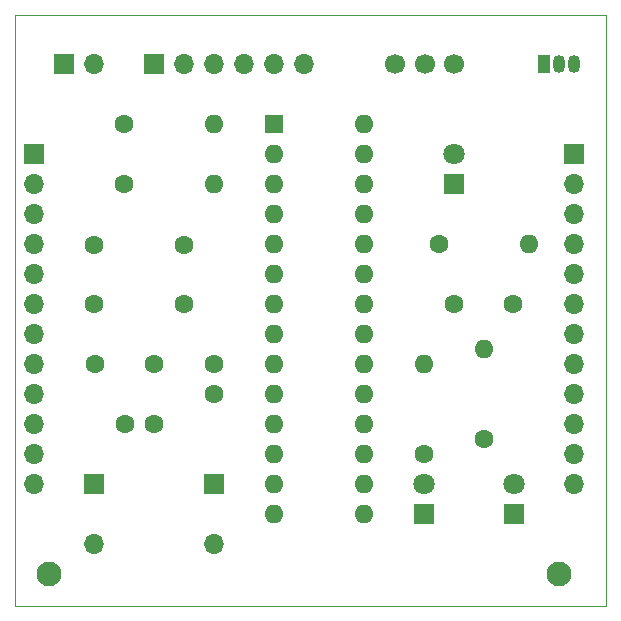
<source format=gbr>
%TF.GenerationSoftware,KiCad,Pcbnew,7.0.1-0*%
%TF.CreationDate,2023-04-17T19:21:01-05:00*%
%TF.ProjectId,project,70726f6a-6563-4742-9e6b-696361645f70,rev?*%
%TF.SameCoordinates,Original*%
%TF.FileFunction,Soldermask,Bot*%
%TF.FilePolarity,Negative*%
%FSLAX46Y46*%
G04 Gerber Fmt 4.6, Leading zero omitted, Abs format (unit mm)*
G04 Created by KiCad (PCBNEW 7.0.1-0) date 2023-04-17 19:21:01*
%MOMM*%
%LPD*%
G01*
G04 APERTURE LIST*
%ADD10C,2.100000*%
%ADD11R,1.700000X1.700000*%
%ADD12O,1.700000X1.700000*%
%ADD13R,1.050000X1.500000*%
%ADD14O,1.050000X1.500000*%
%ADD15C,1.700000*%
%ADD16C,1.600000*%
%ADD17O,1.600000X1.600000*%
%ADD18R,1.600000X1.600000*%
%ADD19R,1.800000X1.800000*%
%ADD20C,1.800000*%
%TA.AperFunction,Profile*%
%ADD21C,0.100000*%
%TD*%
G04 APERTURE END LIST*
D10*
%TO.C,REF\u002A\u002A*%
X102870000Y-147320000D03*
%TD*%
%TO.C,REF\u002A\u002A*%
X146050000Y-147320000D03*
%TD*%
D11*
%TO.C,U3*%
X111760000Y-104140000D03*
D12*
X114300000Y-104140000D03*
X116840000Y-104140000D03*
X119380000Y-104140000D03*
X121920000Y-104140000D03*
X124460000Y-104140000D03*
%TD*%
D13*
%TO.C,U2*%
X144780000Y-104140000D03*
D14*
X146050000Y-104140000D03*
X147320000Y-104140000D03*
%TD*%
D15*
%TO.C,SW3*%
X132160000Y-104140000D03*
X134660000Y-104140000D03*
X137160000Y-104140000D03*
%TD*%
D11*
%TO.C,SW2*%
X116840000Y-139700000D03*
D12*
X116840000Y-144780000D03*
%TD*%
D11*
%TO.C,SW1*%
X106680000Y-139700000D03*
D12*
X106680000Y-144780000D03*
%TD*%
D11*
%TO.C,Right1*%
X147320000Y-111760000D03*
D12*
X147320000Y-114300000D03*
X147320000Y-116840000D03*
X147320000Y-119380000D03*
X147320000Y-121920000D03*
X147320000Y-124460000D03*
X147320000Y-127000000D03*
X147320000Y-129540000D03*
X147320000Y-132080000D03*
X147320000Y-134620000D03*
X147320000Y-137160000D03*
X147320000Y-139700000D03*
%TD*%
D16*
%TO.C,R5*%
X135890000Y-119380000D03*
D17*
X143510000Y-119380000D03*
%TD*%
D16*
%TO.C,R4*%
X134620000Y-137160000D03*
D17*
X134620000Y-129540000D03*
%TD*%
D16*
%TO.C,R3*%
X139700000Y-135890000D03*
D17*
X139700000Y-128270000D03*
%TD*%
D16*
%TO.C,R2*%
X109220000Y-114300000D03*
D17*
X116840000Y-114300000D03*
%TD*%
D16*
%TO.C,R1*%
X109220000Y-109220000D03*
D17*
X116840000Y-109220000D03*
%TD*%
D18*
%TO.C,PIC1*%
X121920000Y-109220000D03*
D17*
X121920000Y-111760000D03*
X121920000Y-114300000D03*
X121920000Y-116840000D03*
X121920000Y-119380000D03*
X121920000Y-121920000D03*
X121920000Y-124460000D03*
X121920000Y-127000000D03*
X121920000Y-129540000D03*
X121920000Y-132080000D03*
X121920000Y-134620000D03*
X121920000Y-137160000D03*
X121920000Y-139700000D03*
X121920000Y-142240000D03*
X129540000Y-142240000D03*
X129540000Y-139700000D03*
X129540000Y-137160000D03*
X129540000Y-134620000D03*
X129540000Y-132080000D03*
X129540000Y-129540000D03*
X129540000Y-127000000D03*
X129540000Y-124460000D03*
X129540000Y-121920000D03*
X129540000Y-119380000D03*
X129540000Y-116840000D03*
X129540000Y-114300000D03*
X129540000Y-111760000D03*
X129540000Y-109220000D03*
%TD*%
D11*
%TO.C,Left1*%
X101600000Y-111760000D03*
D12*
X101600000Y-114300000D03*
X101600000Y-116840000D03*
X101600000Y-119380000D03*
X101600000Y-121920000D03*
X101600000Y-124460000D03*
X101600000Y-127000000D03*
X101600000Y-129540000D03*
X101600000Y-132080000D03*
X101600000Y-134620000D03*
X101600000Y-137160000D03*
X101600000Y-139700000D03*
%TD*%
D19*
%TO.C,D3*%
X137160000Y-114300000D03*
D20*
X137160000Y-111760000D03*
%TD*%
D19*
%TO.C,D2*%
X134620000Y-142240000D03*
D20*
X134620000Y-139700000D03*
%TD*%
D19*
%TO.C,D1*%
X142240000Y-142240000D03*
D20*
X142240000Y-139700000D03*
%TD*%
D16*
%TO.C,C6*%
X106680000Y-119460000D03*
X106680000Y-124460000D03*
%TD*%
%TO.C,C5*%
X111760000Y-129540000D03*
X106760000Y-129540000D03*
%TD*%
%TO.C,C4*%
X114300000Y-119460000D03*
X114300000Y-124460000D03*
%TD*%
%TO.C,C3*%
X137160000Y-124460000D03*
X142160000Y-124460000D03*
%TD*%
%TO.C,C2*%
X109260000Y-134620000D03*
X111760000Y-134620000D03*
%TD*%
%TO.C,C1*%
X116840000Y-132080000D03*
X116840000Y-129580000D03*
%TD*%
D11*
%TO.C,Battery1*%
X104140000Y-104140000D03*
D12*
X106680000Y-104140000D03*
%TD*%
D21*
X150000000Y-100000000D02*
X100000000Y-100000000D01*
X150000000Y-150000000D02*
X100000000Y-150000000D01*
X100000000Y-100000000D02*
X100000000Y-150000000D01*
X150000000Y-100000000D02*
X150000000Y-150000000D01*
M02*

</source>
